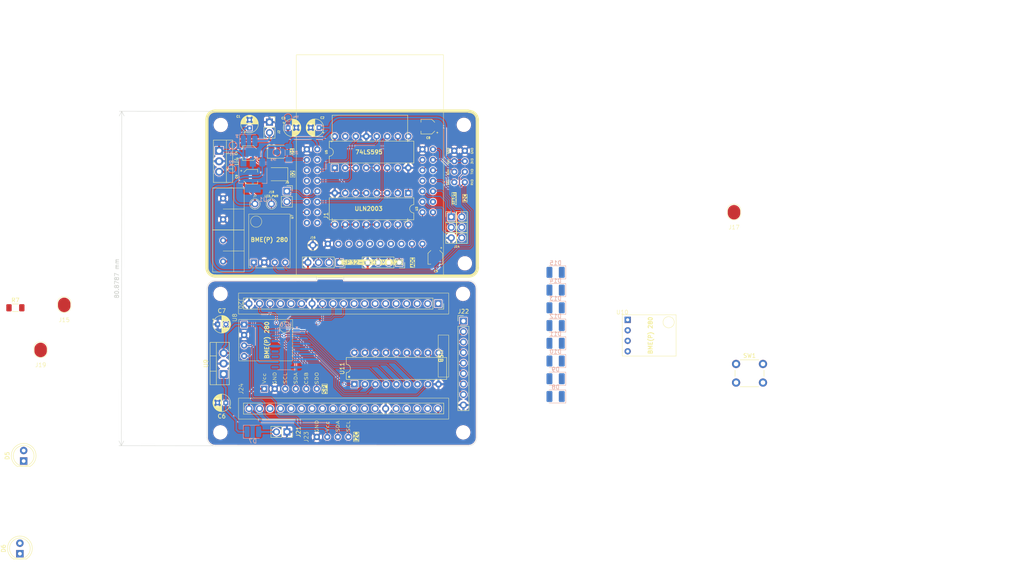
<source format=kicad_pcb>
(kicad_pcb (version 20240108) (generator "pcbnew") (generator_version "8.0")
  (layers (0 "F.Cu" signal) (31 "B.Cu" signal) (34 "B.Paste" user) (35 "F.Paste" user) (36 "B.SilkS" user "B.Silkscreen") (37 "F.SilkS" user "F.Silkscreen") (38 "B.Mask" user) (39 "F.Mask" user) (44 "Edge.Cuts" user))
  (net 0 "")
  (net 1 "GND")
  (net 2 "+3V3")
  (net 3 "+5V")
  (net 4 "/RXD")
  (net 5 "/TXD")
  (net 6 "/SDA")
  (net 7 "/GPIO_33")
  (net 8 "/SCL")
  (net 9 "/OUT3")
  (net 10 "/EN")
  (net 11 "/SOURCE2")
  (net 12 "/SOURCE1")
  (net 13 "/SOURCE3")
  (net 14 "/VDC")
  (net 15 "/DAC1")
  (net 16 "/DAC2")
  (net 17 "/GPIO39")
  (net 18 "/GPIO19")
  (net 19 "/GPIO17")
  (net 20 "/GPIO5")
  (net 21 "/GPIO18")
  (net 22 "/SD_DATA0")
  (net 23 "/ADC2_CH3")
  (net 24 "/SD_DATA3")
  (net 25 "/SD_CMD")
  (net 26 "/SD_CLK")
  (net 27 "/SD_DATA2")
  (net 28 "/SD_DATA1")
  (net 29 "/ADC2_CH0")
  (net 30 "/GPIO23")
  (net 31 "/GPIO36")
  (net 32 "/ADC2_CH2")
  (net 33 "/BOOT")
  (net 34 "/GPIO13")
  (net 35 "/SOURCE4")
  (net 36 "/SOURCE5")
  (net 37 "/SIPO_DATA")
  (net 38 "/SIPO_CLK")
  (net 40 "/SIPO_LATCH")
  (net 41 "/GPIO14")
  (net 43 "/I3")
  (net 44 "/I6")
  (net 45 "/I7")
  (net 46 "/I5")
  (net 47 "/OUT1")
  (net 48 "/VIN")
  (net 49 "/I1")
  (net 52 "Net-(D5-Pad1)")
  (net 53 "Net-(J15-Pin_1)")
  (net 54 "Net-(J19-Pin_1)")
  (net 55 "/OUT2")
  (net 67 "/RX")
  (net 72 "/TX")
  (net 83 "/SCL-2")
  (net 84 "/SDA-2")
  (net 85 "/SIPO_CLK-2")
  (net 87 "/SIPO_DATA-2")
  (net 88 "/SIPO_LATCH-2")
  (net 89 "/QB-2")
  (net 90 "/QC-2")
  (net 91 "/QE-2")
  (net 92 "/QA-2")
  (net 93 "/QD-2")
  (net 94 "/QG-2")
  (net 95 "/QH-2")
  (net 96 "/QF-2")
  (net 97 "/O8")
  (net 98 "/O3")
  (net 99 "/O5")
  (net 100 "/O7")
  (net 101 "/O1")
  (net 102 "/O4")
  (net 103 "/O2")
  (net 104 "/O6")
  (net 105 "/SPI-SDO")
  (net 106 "/SPI-CSB")
  (net 107 "/SPI-SCL")
  (net 108 "/SPI-SDA")
  (net 109 "/D23")
  (net 110 "/D18")
  (footprint "Capacitor_THT:CP_Radial_D4.0mm_P2.00mm" (layer "F.Cu") (at 107 44.2 180)
    (property "Reference" "C2")
    (property "Value" "1uF")
  )
  (footprint "LED_SMD:LED_1210_3225Metric_Pad1.42x2.65mm_HandSolder" (layer "F.Cu") (at 97 55.45 180)
    (property "Reference" "D2")
    (property "Value" "STATUS")
  )
  (footprint "Capacitor_SMD:CP_Elec_3x5.3" (layer "F.Cu") (at 90.3 50.35 180)
    (property "Reference" "C4")
    (property "Value" "0.1uF")
  )
  (footprint "Resistor_SMD:R_1206_3216Metric_Pad1.30x1.75mm_HandSolder" (layer "F.Cu") (at 33.612 87.7585)
    (property "Reference" "R7")
    (property "Value" "4K7")
  )
  (footprint "LED_THT:LED_D5.0mm" (layer "F.Cu") (at 34.7 147.25 90)
    (property "Reference" "D6")
    (property "Value" "LED_STATUS")
  )
  (footprint "Button_Switch_THT:SW_PUSH_6mm" (layer "F.Cu") (at 207.8 101.35)
    (property "Reference" "SW1")
    (property "Value" "SW_Push")
  )
  (footprint "Alexander Footprint Library:Pad_1x01_P2.54_SMD" (layer "F.Cu") (at 39.712 102.098)
    (property "Reference" "J19")
    (property "Value" "LED_PWR")
  )
  (footprint "Alexanddr Footprints Library:ESP32-WROOM-Adapter-Socket-2" (layer "F.Cu") (at 119.3 57.04)
    (property "Reference" "J1")
    (property "Value" "~")
  )
  (footprint "Alexander Footprint Library:Pad_1x01_P2.54_SMD" (layer "F.Cu") (at 45.412 91.198)
    (property "Reference" "J15")
    (property "Value" "LED_PWR")
  )
  (footprint "MountingHole:MountingHole_3mm" (layer "F.Cu") (at 142 43.5)
    (property "Reference" "H1" (hide yes))
    (property "Value" "MountingHole_Pad")
  )
  (footprint "Connector_PinSocket_2.54mm:PinSocket_1x02_P2.54mm_Vertical" (layer "F.Cu") (at 99.25 117.775 -90)
    (property "Reference" "J21")
    (property "Value" "PWR")
  )
  (footprint "MountingHole:MountingHole_3mm" (layer "F.Cu") (at 83.25 43.53)
    (property "Reference" "H2" (hide yes))
    (property "Value" "MountingHole_Pad")
  )
  (footprint "Package_DIP:DIP-16_W7.62mm" (layer "F.Cu") (at 128.58 60 -90)
    (property "Reference" "U3")
    (property "Value" "ULN2003")
  )
  (footprint "Alexander Footprints Library:Conn_Terminal_5mm" (layer "F.Cu") (at 83.82 53.69)
    (property "Reference" "J9" (hide yes))
    (property "Value" "Conn_01x02_Socket")
  )
  (footprint "Alexander Footprint Library:Pad_1x01_P2.54_SMD" (layer "F.Cu") (at 207.3 68.7895)
    (property "Reference" "J17")
    (property "Value" "GND")
  )
  (footprint "MountingHole:MountingHole_3mm" (layer "F.Cu") (at 141.85 117.9)
    (property "Reference" "H4" (hide yes))
    (property "Value" "MountingHole_Pad")
  )
  (footprint "Capacitor_THT:CP_Radial_D4.0mm_P2.00mm" (layer "F.Cu") (at 82.5 91.75)
    (property "Reference" "C7")
    (property "Value" "1uF")
  )
  (footprint "Capacitor_SMD:CP_Elec_3x5.3" (layer "F.Cu") (at 90.4 56.05)
    (property "Reference" "C9")
    (property "Value" "0.1uF")
  )
  (footprint "Package_DIP:DIP-16_W7.62mm" (layer "F.Cu") (at 110.8 53.9 90)
    (property "Reference" "U5")
    (property "Value" "74LS595")
  )
  (footprint "Alexander Footprint Library:PinSocket_1x01_P2.54" (layer "F.Cu") (at 91.5 65.19)
    (property "Reference" "J7")
    (property "Value" "LED_PWR")
  )
  (footprint "Connector_PinHeader_2.54mm:PinHeader_1x09_P2.54mm_Vertical" (layer "F.Cu") (at 141.9 90.97)
    (property "Reference" "J22")
    (property "Value" "Conn_01x09_Pin")
  )
  (footprint "Alexander Footprint Library:Conn_SPI" (layer "F.Cu") (at 88.68 107.35 90)
    (property "Reference" "J24")
    (property "Value" "~")
  )
  (footprint "Connector_PinSocket_2.54mm:PinSocket_1x02_P2.54mm_Vertical" (layer "F.Cu") (at 95.025 42.85)
    (property "Reference" "J2")
    (property "Value" "PWR")
  )
  (footprint "Connector_PinSocket_2.54mm:PinSocket_1x04_P2.54mm_Vertical" (layer "F.Cu") (at 111.94 76.8 -90)
    (property "Reference" "J6")
    (property "Value" "SOURCE")
  )
  (footprint "MountingHole:MountingHole_3mm" (layer "F.Cu") (at 83.15 117.9)
    (property "Reference" "H4" (hide yes))
    (property "Value" "MountingHole_Pad")
  )
  (footprint "Connector_PinSocket_2.54mm:PinSocket_1x04_P2.54mm_Vertical" (layer "F.Cu") (at 126.38 76.8 -90)
    (property "Reference" "J10" (hide yes))
    (property "Value" "ADC")
  )
  (footprint "PCM_Package_DIP_AKL:DIP-18_W7.62mm" (layer "F.Cu") (at 115.55 106.25 90)
    (property "Reference" "U11")
    (property "Value" "ULN2801A" (hide yes))
  )
  (footprint "Capacitor_SMD:CP_Elec_3x5.3" (layer "F.Cu") (at 135.1 75.45 -90)
    (property "Reference" "C5")
    (property "Value" "0.1uF")
  )
  (footprint "MountingHole:MountingHole_3mm" (layer "F.Cu") (at 141.8 84.4)
    (property "Reference" "H4" (hide yes))
    (property "Value" "MountingHole_Pad")
  )
  (footprint "Capacitor_THT:CP_Radial_D4.0mm_P2.00mm" (layer "F.Cu") (at 99.5 44.2)
    (property "Reference" "C3")
    (property "Value" "1uF")
  )
  (footprint "Alexander Footprint Library:Conn_ESP32_WROOM-DevKit-38pins" (layer "F.Cu") (at 87.54 86.75 -90)
    (property "Reference" "J20")
    (property "Value" "~")
  )
  (footprint "Capacitor_SMD:CP_Elec_3x5.3" (layer "F.Cu") (at 133.4 43.95 180)
    (property "Reference" "C8")
    (property "Value" "10uF")
  )
  (footprint "Alexander Footprint Library:LD1117" (layer "F.Cu") (at 83.945 103.79 90)
    (property "Reference" "U9")
    (property "Value" "L7805")
  )
  (footprint "Alexander Footprint Library:PinSocket_1x01_P2.54" (layer "F.Cu") (at 95.5 65.19)
    (property "Reference" "J18")
    (property "Value" "LED_PWR")
  )
  (footprint "Alexander Footprint Library:Conn_I2C" (layer "F.Cu") (at 98.84 119 90)
    (property "Reference" "J23")
    (property "Value" "I2C")
  )
  (footprint "Capacitor_THT:CP_Radial_D4.0mm_P2.00mm" (layer "F.Cu") (at 84.4726 110.75 180)
    (property "Reference" "C6")
    (property "Value" "1uF")
  )
  (footprint "Alexander Footprint Library:BME280_BMP280_I2C" (layer "F.Cu") (at 180.3 89.45)
    (property "Reference" "U10")
    (property "Value" "BME(P)280")
  )
  (footprint "MountingHole:MountingHole_3mm" (layer "F.Cu") (at 83.2 84.4)
    (property "Reference" "H4" (hide yes))
    (property "Value" "MountingHole_Pad")
  )
  (footprint "Connector_PinSocket_2.54mm:PinSocket_1x02_P2.54mm_Vertical" (layer "F.Cu") (at 99.225 59.55)
    (property "Reference" "J5")
    (property "Value" "DAC")
  )
  (footprint "Alexander Footprint Library:CONN_2x3" (layer "F.Cu") (at 138.96 60.68)
    (property "Reference" "J14")
    (property "Value" "GPIO")
  )
  (footprint "Alexander Footprints Library:Conn_UART" (layer "F.Cu") (at 139.7 42.15)
    (property "Reference" "J3" (hide yes))
    (property "Value" "UART")
  )
  (footprint "Alexander Footprint Library:PinSocket_1x01_P2.54" (layer "F.Cu") (at 105.5 75.19)
    (property "Reference" "J16")
    (property "Value" "GND")
  )
  (footprint "Capacitor_THT:CP_Radial_D4.0mm_P2.00mm" (layer "F.Cu") (at 90.2 44.3 90)
    (property "Reference" "C1")
    (property "Value" "1uF")
  )
  (footprint "Alexander Footprint Library:BME280_BMP280_I2C" (layer "F.Cu") (at 90 78.1 90)
    (property "Reference" "U7")
    (property "Value" "BME(P)280")
  )
  (footprint "Alexander Footprint Library:LD1117" (layer "F.Cu") (at 82.855 49.77 -90)
    (property "Reference" "U4")
    (property "Value" "L7805")
  )
  (footprint "Alexander Footprints Library:Conn_I2C" (layer "F.Cu") (at 142.24 42.15)
    (property "Reference" "J4" (hide yes))
    (property "Value" "I2C")
  )
  (footprint "LED_THT:LED_D5.0mm" (layer "F.Cu") (at 35.612 124.8335 90)
    (property "Reference" "D5")
    (property "Value" "LED_PWR")
  )
  (footprint "Alexander Footprint Library:BME280_BMP280_I2C" (layer "F.Cu") (at 87.6 90.59)
    (property "Reference" "U8")
    (property "Value" "BME(P)280")
  )
  (footprint "LED_SMD:LED_1210_3225Metric_Pad1.42x2.65mm_HandSolder" (layer "F.Cu") (at 97 50)
    (property "Reference" "D1")
    (property "Value" "PWR")
  )
  (footprint "MountingHole:MountingHole_3mm" (layer "F.Cu") (at 142.25 77)
    (property "Reference" "H4" (hide yes))
    (property "Value" "MountingHole_Pad")
  )
  (footprint "Alexander Footprints Library:Conn_Terminal_5mm" (layer "F.Cu") (at 83.82 63.85)
    (property "Reference" "J8" (hide yes))
    (property "Value" "Conn_01x02_Socket")
  )
  (footprint "TestPoint:TestPoint_Pad_D1.5mm" (layer "B.Cu") (at 99.5 41.75 180)
    (property "Reference" "TP4")
    (property "Value" "5V")
  )
  (footprint "LED_SMD:LED_1210_3225Metric_Pad1.42x2.65mm_HandSolder" (layer "B.Cu") (at 164.18 104.9275 180)
    (property "Reference" "D9")
    (property "Value" "PWR")
  )
  (footprint "LED_SMD:LED_1210_3225Metric_Pad1.42x2.65mm_HandSolder" (layer "B.Cu") (at 164.18 79.1875 180)
    (property "Reference" "D15")
    (property "Value" "PWR")
  )
  (footprint "TestPoint:TestPoint_Pad_D1.5mm" (layer "B.Cu") (at 96.8 50.15 180)
    (property "Reference" "TP3")
    (property "Value" "3V3")
  )
  (footprint "Package_SO:SO-16_3.9x9.9mm_P1.27mm" (layer "B.Cu") (at 98.95 97.7 180)
    (property "Reference" "U26")
    (property "Value" "74LS595")
  )
  (footprint "Diode_SMD:D_1210_3225Metric" (layer "B.Cu") (at 91 117.75)
    (property "Reference" "D7")
    (property "Value" "D")
  )
  (footprint "Resistor_SMD:R_1206_3216Metric_Pad1.30x1.75mm_HandSolder" (layer "B.Cu") (at 99.7 50.25 -90)
    (property "Reference" "R1")
    (property "Value" "10K")
  )
  (footprint "LED_SMD:LED_1210_3225Metric_Pad1.42x2.65mm_HandSolder" (layer "B.Cu") (at 164.18 87.7675 180)
    (property "Reference" "D13")
    (property "Value" "PWR")
  )
  (footprint "Diode_SMD:D_1210_3225Metric" (layer "B.Cu") (at 90.1 47.4)
    (property "Reference" "D4")
    (property "Value" "D")
  )
  (footprint "LED_SMD:LED_1210_3225Metric_Pad1.42x2.65mm_HandSolder" (layer "B.Cu") (at 164.18 109.2175 180)
    (property "Reference" "D8")
    (property "Value" "PWR")
  )
  (footprint "TestPoint:TestPoint_Pad_D1.5mm" (layer "B.Cu") (at 86.2 48.45 180)
    (property "Reference" "TP1")
    (property "Value" "VIN")
  )
  (footprint "TestPoint:TestPoint_Pad_D1.5mm" (layer "B.Cu") (at 85.9 54.15 180)
    (property "Reference" "TP2")
    (property "Value" "GND")
  )
  (footprint "LED_SMD:LED_1210_3225Metric_Pad1.42x2.65mm_HandSolder" (layer "B.Cu") (at 164.18 96.3475 180)
    (property "Reference" "D11")
    (property "Value" "PWR")
  )
  (footprint "LED_SMD:LED_1210_3225Metric_Pad1.42x2.65mm_HandSolder" (layer "B.Cu") (at 164.18 83.4775 180)
    (property "Reference" "D14")
    (property "Value" "PWR")
  )
  (footprint "LED_SMD:LED_1210_3225Metric_Pad1.42x2.65mm_HandSolder" (layer "B.Cu") (at 164.18 92.0575 180)
    (property "Reference" "D12")
    (property "Value" "PWR")
  )
  (footprint "Package_TO_SOT_SMD:SOT-223-3_TabPin2" (layer "B.Cu") (at 91 55.75 -90)
    (property "Reference" "U1")
    (property "Value" "MAX1726EUK33")
  )
  (footprint "LED_SMD:LED_1210_3225Metric_Pad1.42x2.65mm_HandSolder" (layer "B.Cu") (at 164.18 100.6375 180)
    (property "Reference" "D10")
    (property "Value" "PWR")
  )
  (gr_line (start 145.25 42.11421) (end 145.25 78.085782) (stroke (width 0.75)) (layer "F.SilkS"))
  (gr_line (start 81.914218 40.164218) (end 143.08579 40.164218) (stroke (width 0.75)) (layer "F.SilkS"))
  (gr_arc (start 145.25 78.085782) (mid 144.66422 79.500007) (end 143.25 80.085782) (stroke (width 0.75)) (layer "F.SilkS"))
  (gr_line (start 79.914218 42.11421) (end 79.914218 78.085782) (stroke (width 0.75)) (layer "F.SilkS"))
  (gr_arc (start 81.914218 80.085782) (mid 80.499999 79.500001) (end 79.914218 78.085782) (stroke (width 0.75)) (layer "F.SilkS"))
  (gr_arc (start 143.25 40.25) (mid 144.664214 40.835786) (end 145.25 42.25) (stroke (width 0.75)) (layer "F.SilkS"))
  (gr_arc (start 79.914218 42.164218) (mid 80.499999 40.749999) (end 81.914218 40.164218) (stroke (width 0.75)) (layer "F.SilkS"))
  (gr_line (start 81.914214 80.085782) (end 143.085786 80.085782) (stroke (width 0.75)) (layer "F.SilkS"))
  (gr_line (start 82.014214 80.235786) (end 106.4 80.25) (stroke (width 0.1)) (layer "Edge.Cuts"))
  (gr_line (start 80 42.25) (end 80.014214 78.235786) (stroke (width 0.1)) (layer "Edge.Cuts"))
  (gr_arc (start 79.921321 83.157107) (mid 80.507106 81.742896) (end 81.921321 81.157107) (stroke (width 0.1)) (layer "Edge.Cuts"))
  (gr_line (start 81.921321 121.128679) (end 143.107107 121.142893) (stroke (width 0.1)) (layer "Edge.Cuts"))
  (gr_arc (start 81.921321 121.128679) (mid 80.507101 120.542899) (end 79.921321 119.128679) (stroke (width 0.1)) (layer "Edge.Cuts"))
  (gr_line (start 143.092893 81.157107) (end 113 81.15) (stroke (width 0.1)) (layer "Edge.Cuts"))
  (gr_arc (start 145.107107 119.142893) (mid 144.521321 120.557107) (end 143.107107 121.142893) (stroke (width 0.1)) (layer "Edge.Cuts"))
  (gr_line (start 106.4 81.15) (end 81.921321 81.157107) (stroke (width 0.1)) (layer "Edge.Cuts"))
  (gr_arc (start 143.185786 40.264214) (mid 144.600004 40.849996) (end 145.185786 42.264214) (stroke (width 0.1)) (layer "Edge.Cuts"))
  (gr_line (start 113 80.25) (end 143.185786 80.235786) (stroke (width 0.1)) (layer "Edge.Cuts"))
  (gr_arc (start 82.014214 80.235786) (mid 80.599996 79.650004) (end 80.014214 78.235786) (stroke (width 0.1)) (layer "Edge.Cuts"))
  (gr_line (start 145.185786 42.264214) (end 145.185786 78.235786) (stroke (width 0.1)) (layer "Edge.Cuts"))
  (gr_arc (start 80 42.25) (mid 80.585786 40.835786) (end 82 40.25) (stroke (width 0.1)) (layer "Edge.Cuts"))
  (gr_line (start 145.107107 119.142893) (end 145.092893 83.157107) (stroke (width 0.1)) (layer "Edge.Cuts"))
  (gr_line (start 79.921321 119.128679) (end 79.921321 83.157107) (stroke (width 0.1)) (layer "Edge.Cuts"))
  (gr_line (start 106.4 81.15) (end 106.4 80.25) (stroke (width 0.1)) (layer "Edge.Cuts"))
  (gr_arc (start 145.185786 78.235786) (mid 144.600004 79.650004) (end 143.185786 80.235786) (stroke (width 0.1)) (layer "Edge.Cuts"))
  (gr_arc (start 143.092893 81.157107) (mid 144.507112 81.742888) (end 145.092893 83.157107) (stroke (width 0.1)) (layer "Edge.Cuts"))
  (gr_line (start 113 81.15) (end 113 80.25) (stroke (width 0.1)) (layer "Edge.Cuts"))
  (gr_line (start 143.185786 40.264214) (end 82 40.25) (stroke (width 0.1)) (layer "Edge.Cuts"))
  (gr_text "ADC" (at 130.1 78.05 90) (layer "F.SilkS" knockout) (effects (font (size 0.8 0.8) (thickness 0.2) (bold yes)) (justify left bottom)))
  (gr_text "74LS595" (at 119.057143 50.1 0) (layer "F.SilkS") (effects (font (size 1 1) (thickness 0.2) (bold yes))))
  (gr_text "ULN2003" (at 115.5 64.374 0) (layer "F.SilkS") (effects (font (size 1 1) (thickness 0.2) (bold yes)) (justify left bottom)))
  (dimension (type aligned) (layer "Edge.Cuts") (pts (xy 81.921321 121.128679) (xy 82 40.25)) (height -22.6907) (gr_text "80.8787 mm" (at 58.119973 80.666146 89.94426182) (layer "Edge.Cuts") (effects (font (size 1 1) (thickness 0.15)))) (format (prefix "") (suffix "") (units 3) (units_format 1) (precision 4)) (style (thickness 0.1) (arrow_length 1.27) (text_position_mode 0) (extension_height 0.58642) (extension_offset 0.5) keep_text_aligned))
  (segment (start 84.21 66) (end 83.82 66.39) (width 0.5) (layer "F.Cu") (net 1))
  (segment (start 90.08 108.57) (end 90.08 112.15) (width 0.5) (layer "F.Cu") (net 2))
  (segment (start 91.5 60.75) (end 88.9 58.15) (width 0.5) (layer "F.Cu") (net 2))
  (segment (start 139.7 52.31) (end 138.56 52.31) (width 0.25) (layer "F.Cu") (net 2))
  (segment (start 91.3 107.35) (end 90.08 108.57) (width 0.5) (layer "F.Cu") (net 2))
  (segment (start 137.2 43.95) (end 134.9 43.95) (width 0.25) (layer "F.Cu") (net 2))
  (segment (start 138.56 52.31) (end 137.6 51.35) (width 0.25) (layer "F.Cu") (net 2))
  (segment (start 91.5 62.62) (end 91.5 60.75) (width 0.5) (layer "F.Cu") (net 2))
  (segment (start 93.76 107.35) (end 91.3 107.35) (width 0.5) (layer "F.Cu") (net 2))
  (segment (start 137.6 51.35) (end 137.6 44.35) (width 0.25) (layer "F.Cu") (net 2))
  (segment (start 137.6 44.35) (end 137.2 43.95) (width 0.25) (layer "F.Cu") (net 2))
  (segment (start 88.9 58.15) (end 88.9 56.05) (width 0.5) (layer "F.Cu") (net 2))
  (segment (start 96.075 48.7) (end 97.525 48.7) (width 0.5) (layer "B.Cu") (net 2))
  (segment (start 109.408578 44.2) (end 107 44.2) (width 0.5) (layer "B.Cu") (net 2))
  (segment (start 93.21 115.25) (end 101 115.25) (width 0.5) (layer "B.Cu") (net 2))
  (segment (start 81.3 75.997918) (end 81.3 59.75104) (width 0.5) (layer "B.Cu") (net 2))
  (segment (start 93.3 54.905025) (end 93.3 52.6) (width 0.5) (layer "B.Cu") (net 2))
  (segment (start 100 48.7) (end 100 48.03033) (width 0.5) (layer "B.Cu") (net 2))
  (segment (start 139.13 52.31) (end 139.7 52.31) (width 0.5) (layer "B.Cu") (net 2))
  (segment (start 138.156949 51.906949) (end 138.03 51.78) (width 0.5) (layer "B.Cu") (net 2))
  (segment (start 109 117.5) (end 109 119) (width 0.5) (layer "B.Cu") (net 2))
  (segment (start 106.6 48.627817) (end 106.6 49.299791) (width 0.5) (layer "B.Cu") (net 2))
  (segment (start 84.202081 78.9) (end 89.990883 78.9) (width 0.5) (layer "B.Cu") (net 2))
  (segment (start 109.75 45) (end 109.75 44.141421) (width 0.5) (layer "B.Cu") (net 2))
  (segment (start 109.75 43.858578) (end 109.75 44.141421) (width 0.5) (layer "B.Cu") (net 2))
  (segment (start 104.722182 46.75) (end 106.277817 46.75) (width 0.5) (layer "B.Cu") (net 2))
  (segment (start 139.7 52.31) (end 142.24 52.31) (width 0.5) (layer "B.Cu") (net 2))
  (segment (start 137.5 50.500466) (end 137.5 43.883883) (width 0.5) (layer "B.Cu") (net 2))
  (segment (start 88.207106 62.75) (end 91.5 62.75) (width 0.5) (layer "B.Cu") (net 2))
  (segment (start 86.5 61.042893) (end 86.5 57.5) (width 0.5) (layer "B.Cu") (net 2))
  (segment (start 106.277817 46.75) (end 108 46.75) (width 0.5) (layer "B.Cu") (net 2))
  (segment (start 101 115.25) (end 102.5 116.75) (width 0.5) (layer "B.Cu") (net 2))
  (segment (start 91.22 77.670883) (end 91.22 76.8) (width 0.5) (layer "B.Cu") (net 2))
  (segment (start 89.455634 56.1) (end 92.105025 56.1) (width 0.5) (layer "B.Cu") (net 2))
  (segment (start 96.075 48.7) (end 95.177817 48.7) (width 0.5) (layer "B.Cu") (net 2))
  (segment (start 90.11 112.15) (end 93.21 115.25) (width 0.5) (layer "B.Cu") (net 2))
  (segment (start 108.25 116.75) (end 109 117.5) (width 0.5) (layer "B.Cu") (net 2))
  (segment (start 104.722182 46.75) (end 101.28033 46.75) (width 0.5) (layer "B.Cu") (net 2))
  (segment (start 108 46.75) (end 109.75 45) (width 0.5) (layer "B.Cu") (net 2))
  (segment (start 96.8 49.425) (end 96.8 50.15) (width 0.25) (layer "B.Cu") (net 2))
  (segment (start 109.75 43.625) (end 109.75 43.858578) (width 0.5) (layer "B.Cu") (net 2))
  (segment (start 110.015165 42.984834) (end 110.5 42.5) (width 0.5) (layer "B.Cu") (net 2))
  (segment (start 93.3 52.6) (end 93.3 50.577817) (width 0.5) (layer "B.Cu") (net 2))
  (segment (start 82.75104 58.3) (end 84.144365 58.3) (width 0.5) (layer "B.Cu") (net 2))
  (segment (start 106.685 49.335) (end 106.77 49.25) (width 0.5) (layer "B.Cu") (net 2))
  (segment (start 102.5 116.75) (end 108.25 116.75) (width 0.5) (layer "B.Cu") (net 2))
  (segment (start 112.31066 41.75) (end 135.366116 41.75) (width 0.5) (layer "B.Cu") (net 2))
  (segment (start 100 48.7) (end 97.525 48.7) (width 0.5) (layer "B.Cu") (net 2))
  (arc (start 136.875 42.375) (mid 137.337567 43.067281) (end 137.5 43.883883) (width 0.5) (layer "B.Cu") (net 2))
  (arc (start 137.5 50.500466) (mid 137.637742 51.192944) (end 138.03 51.78) (width 0.5) (layer "B.Cu") (net 2))
  (arc (start 93.3 54.905025) (mid 93.209037 55.362322) (end 92.95 55.75) (width 0.5) (layer "B.Cu") (net 2))
  (arc (start 86.8 57.2) (mid 85.581584 58.014119) (end 84.144365 58.3) (width 0.5) (layer "B.Cu") (net 2))
  (arc (start 106.6 49.299791) (mid 106.630737 49.345793) (end 106.685 49.335) (width 0.5) (layer "B.Cu") (net 2))
  (arc (start 89.455634 56.1) (mid 88.018415 56.38588) (end 86.8 57.2) (width 0.5) (layer "B.Cu") (net 2))
  (arc (start 86.5 61.042893) (mid 86.629945 61.696174) (end 87 62.25) (width 0.5) (layer "B.Cu") (net 2))
  (arc (start 82.75104 58.3) (mid 82.195751 58.410453) (end 81.725 58.725) (width 0.5) (layer "B.Cu") (net 2))
  (arc (start 92.95 55.75) (mid 92.562322 56.009037) (end 92.105025 56.1) (width 0.5) (layer "B.Cu") (net 2))
  (arc (start 95.177817 48.7) (mid 94.459207 48.84294) (end 93.85 49.25) (width 0.5) (layer "B.Cu") (net 2))
  (arc (start 96.8 49.425) (mid 96.587652 48.912347) (end 96.075 48.7) (width 0.25) (layer "B.Cu") (net 2))
  (arc (start 82.15 78.05) (mid 83.091502 78.679092) (end 84.202081 78.9) (width 0.5) (layer "B.Cu") (net 2))
  (arc (start 110.015165 42.984834) (mid 109.818914 43.278544) (end 109.75 43.625) (width 0.5) (layer "B.Cu") (net 2))
  (arc (start 109.75 44.141421) (mid 109.713838 44.087301) (end 109.65 44.1) (width 0.5) (layer "B.Cu") (net 2))
  (arc (start 136.875 42.375) (mid 136.182718 41.912432) (end 135.366116 41.75) (width 0.5) (layer "B.Cu") (net 2))
  (arc (start 93.85 49.25) (mid 93.44294 49.859207) (end 93.3 50.577817) (width 0.5) (layer "B.Cu") (net 2))
  (arc (start 90.86 78.54) (mid 90.461245 78.806439) (end 89.990883 78.9) (width 0.5) (layer "B.Cu") (net 2))
  (arc (start 109.65 44.1) (mid 109.539234 44.17401) (end 109.408578 44.2) (width 0.5) (layer "B.Cu") (net 2))
  (arc (start 87 62.25) (mid 87.553825 62.620054) (end 88.207106 62.75) (width 0.5) (layer "B.Cu") (net 2))
  (arc (start 81.725 58.725) (mid 81.410453 59.195751) (end 81.3 59.75104) (width 0.5) (layer "B.Cu") (net 2))
  (arc (start 106.05 47.3) (mid 105.440792 46.89294) (end 104.722182 46.75) (width 0.5) (layer "B.Cu") (net 2))
  (arc (start 138.156949 51.906949) (mid 138.603388 52.20525) (end 139.13 52.31) (width 0.5) (layer "B.Cu") (net 2))
  (arc (start 101.28033 46.75) (mid 100.790368 46.847459) (end 100.375 47.125) (width 0.5) (layer "B.Cu") (net 2))
  (arc (start 106.05 47.3) (mid 106.457059 47.909207) (end 106.6 48.627817) (width 0.5) (layer "B.Cu") (net 2))
  (arc (start 106.277817 46.75) (mid 105.980159 46.948888) (end 106.05 47.3) (width 0.5) (layer "B.Cu") (net 2))
  (arc (start 91.22 77.670883) (mid 91.126439 78.141245) (end 90.86 78.54) (width 0.5) (layer "B.Cu") (net 2))
  (arc (start 109.65 44.1) (mid 109.72401 43.989234) (end 109.75 43.858578) (width 0.5) (layer "B.Cu") (net 2))
  (arc (start 112.31066 41.75) (mid 111.330737 41.944918) (end 110.5 42.5) (width 0.5) (layer "B.Cu") (net 2))
  (arc (start 100.375 47.125) (mid 100.097459 47.540368) (end 100 48.03033) (width 0.5) (layer "B.Cu") (net 2))
  (arc (start 81.3 75.997918) (mid 81.520907 77.108496) (end 82.15 78.05) (width 0.5) (layer "B.Cu") (net 2))
  (segment (start 99.5 45.693413) (end 99.5 44.2) (width 0.5) (layer "F.Cu") (net 3))
  (segment (start 87.75 115.25) (end 135.25 115.25) (width 0.5) (layer "F.Cu") (net 3))
  (segment (start 98.6375 46.9625) (end 99.2125 46.3875) (width 0.5) (layer "F.Cu") (net 3))
  (segment (start 83.945 98.71) (end 86.21 98.71) (width 0.5) (layer "F.Cu") (net 3))
  (segment (start 86.75 99.25) (end 86.75 100) (width 0.5) (layer "F.Cu") (net 3))
  (segment (start 126.04 46.28) (end 126.04 48.251906) (width 0.5) (layer "F.Cu") (net 3))
  (segment (start 108.3 49.803553) (end 108.3 65.537329) (width 0.5) (layer "F.Cu") (net 3))
  (segment (start 108.3 49.803553) (end 108.3 49.096446) (width 0.5) (layer "F.Cu") (net 3))
  (segment (start 135.81 114.69) (end 135.81 112.15) (width 0.5) (layer "F.Cu") (net 3))
  (segment (start 110.8 46.28) (end 110.8 48.15) (width 0.5) (layer "F.Cu") (net 3))
  (segment (start 86.75 114.25) (end 87.75 115.25) (width 0.5) (layer "F.Cu") (net 3))
  (segment (start 86.75 100) (end 86.75 114.25) (width 0.5) (layer "F.Cu") (net 3))
  (segment (start 110.8 48.15) (end 110 48.95) (width 0.5) (layer "F.Cu") (net 3))
  (segment (start 88.1 47.25) (end 97.943413 47.25) (width 0.5) (layer "F.Cu") (net 3))
  (segment (start 84.9 54.85) (end 85.4 54.35) (width 0.5) (layer "F.Cu") (net 3))
  (segment (start 126.04 48.251906) (end 125.341906 48.95) (width 0.5) (layer "F.Cu") (net 3))
  (segment (start 85.4 54.35) (end 85.4 49.95) (width 0.5) (layer "F.Cu") (net 3))
  (segment (start 107.608621 46.675) (end 99.331586 46.675) (width 0.5) (layer "F.Cu") (net 3))
  (segment (start 110 48.95) (end 109.153553 48.95) (width 0.5) (layer "F.Cu") (net 3))
  (segment (start 86.21 98.71) (end 86.75 99.25) (width 0.5) (layer "F.Cu") (net 3))
  (segment (start 108.3 49.096446) (end 108.3 47.366378) (width 0.5) (layer "F.Cu") (net 3))
  (segment (start 109.104574 67.204574) (end 108.91 67.01) (width 0.5) (layer "F.Cu") (net 3))
  (segment (start 110.8 46.355) (end 110.725 46.28) (width 0.5) (layer "F.Cu") (net 3))
  (segment (start 135.25 115.25) (end 135.81 114.69) (width 0.5) (layer "F.Cu") (net 3))
  (segment (start 110.1075 67.62) (end 110.695 67.62) (width 0.5) (layer "F.Cu") (net 3))
  (segment (start 82.855 54.85) (end 84.9 54.85) (width 0.5) (layer "F.Cu") (net 3))
  (segment (start 85.4 49.95) (end 88.1 47.25) (width 0.5) (layer "F.Cu") (net 3))
  (segment (start 125.341906 48.95) (end 110 48.95) (width 0.5) (layer "F.Cu") (net 3))
  (arc (start 108.0975 46.8775) (mid 108.247371 47.101799) (end 108.3 47.366378) (width 0.5) (layer "F.Cu") (net 3))
  (arc (start 108.3 65.537329) (mid 108.458533 66.334332) (end 108.91 67.01) (width 0.5) (layer "F.Cu") (net 3))
  (arc (start 97.943413 47.25) (mid 98.31905 47.175281) (end 98.6375 46.9625) (width 0.5) (layer "F.Cu") (net 3))
  (arc (start 99.2125 46.3875) (mid 99.175992 46.571035) (end 99.331586 46.675) (width 0.5) (layer "F.Cu") (net 3))
  (arc (start 108.0975 46.8775) (mid 107.8732 46.727628) (end 107.608621 46.675) (width 0.5) (layer "F.Cu") (net 3))
  (arc (start 109.104574 67.204574) (mid 109.56472 67.512034) (end 110.1075 67.62) (width 0.5) (layer "F.Cu") (net 3))
  (arc (start 108.55 49.2) (mid 108.364972 49.476912) (end 108.3 49.803553) (width 0.5) (layer "F.Cu") (net 3))
  (arc (start 108.3 49.096446) (mid 108.390403 49.231745) (end 108.55 49.2) (width 0.5) (layer "F.Cu") (net 3))
  (arc (start 99.331586 46.675) (mid 98.955949 46.749718) (end 98.6375 46.9625) (width 0.5) (layer "F.Cu") (net 3))
  (arc (start 109.153553 48.95) (mid 108.826912 49.014972) (end 108.55 49.2) (width 0.5) (layer "F.Cu") (net 3))
  (arc (start 99.5 45.693413) (mid 99.425281 46.06905) (end 99.2125 46.3875) (width 0.5) (layer "F.Cu") (net 3))
  (segment (start 83.945 97.305) (end 84.5 96.75) (width 0.5) (layer "B.Cu") (net 3))
  (segment (start 84.5 94.05) (end 84.5 91.75) (width 0.5) (layer "B.Cu") (net 3))
  (segment (start 88.9 91.81) (end 86.74 91.81) (width 0.5) (layer "B.Cu") (net 3))
  (segment (start 83.945 98.71) (end 83.945 97.305) (width 0.5) (layer "B.Cu") (net 3))
  (segment (start 96.375 100.875) (end 92.575 100.875) (width 0.5) (layer "B.Cu") (net 3))
  (segment (start 92.96 91.81) (end 91.25 91.81) (width 0.5) (layer "B.Cu") (net 3))
  (segment (start 86.74 91.81) (end 84.5 94.05) (width 0.5) (layer "B.Cu") (net 3))
  (segment (start 92 92.56) (end 91.25 91.81) (width 0.5) (layer "B.Cu") (net 3))
  (segment (start 94.405 93.255) (end 92.96 91.81) (width 0.5) (layer "B.Cu") (net 3))
  (segment (start 91.25 91.81) (end 88.9 91.81) (width 0.5) (layer "B.Cu") (net 3))
  (segment (start 92 100.3) (end 92 92.56) (width 0.5) (layer "B.Cu") (net 3))
  (segment (start 84.5 96.75) (end 84.5 94.05) (width 0.5) (layer "B.Cu") (net 3))
  (segment (start 92.575 100.875) (end 92 100.3) (width 0.5) (layer "B.Cu") (net 3))
  (segment (start 99.5 42.25) (end 99.5 44.2) (width 0.25) (layer "B.Cu") (net 3))
  (segment (start 96.375 93.255) (end 94.405 93.255) (width 0.5) (layer "B.Cu") (net 3))
  (segment (start 139.7 57.35) (end 139.7 57.39) (width 0.25) (layer "F.Cu") (net 4))
  (segment (start 133.25 53.25) (end 135.6 53.25) (width 0.25) (layer "F.Cu") (net 4))
  (segment (start 135.6 53.25) (end 139.7 57.35) (width 0.25) (layer "F.Cu") (net 4))
  (segment (start 132 54.5) (end 133.25 53.25) (width 0.25) (layer "F.Cu") (net 4))
  (segment (start 140.3 57.45) (end 139.3 57.45) (width 0.25) (layer "F.Cu") (net 4))
  (segment (start 136.61 51.96) (end 134.54 51.96) (width 0.25) (layer "F.Cu") (net 5))
  (segment (start 134.74 51.79) (end 134.62 51.91) (width 0.25) (layer "F.Cu") (net 5))
  (segment (start 139.5 54.85) (end 136.61 51.96) (width 0.25) (layer "F.Cu") (net 5))
  (segment (start 139.7 54.85) (end 139.5 54.85) (width 0.25) (layer "F.Cu") (net 5))
  (segment (start 138.59 58.55) (end 140.4 58.55) (width 0.25) (layer "F.Cu") (net 6))
  (segment (start 136.213604 54.5) (end 138 56.286396) (width 0.25) (layer "F.Cu") (net 6))
  (segment (start 138 57.96) (end 138.59 58.55) (width 0.25) (layer "F.Cu") (net 6))
  (segment (start 140.9 56.19) (end 142.24 54.85) (width 0.25) (layer "F.Cu") (net 6))
  (segment (start 140.9 58.05) (end 140.9 56.19) (width 0.25) (layer "F.Cu") (net 6))
  (segment (start 134.54 54.5) (end 136.213604 54.5) (width 0.25) (layer "F.Cu") (net 6))
  (segment (start 138 56.286396) (end 138 57.96) (width 0.25) (layer "F.Cu") (net 6))
  (segment (start 142.24 54.85) (end 142.24 55.51) (width 0.25) (layer "F.Cu") (net 6))
  (segment (start 140.4 58.55) (end 140.9 58.05) (width 0.25) (layer "F.Cu") (net 6))
  (segment (start 141.79 58.74) (end 141 57.95) (width 0.25) (layer "B.Cu") (net 6))
  (segment (start 140.418198 72.781802) (end 143.281802 72.781802) (width 0.25) (layer "B.Cu") (net 6))
  (segment (start 98.84 76.8) (end 98.84 78.09) (width 0.25) (layer "B.Cu") (net 6))
  (segment (start 143.55 64.45) (end 141.79 62.69) (width 0.25) (layer "B.Cu") (net 6))
  (segment (start 134.55 78.65) (end 140.418198 72.781802) (width 0.25) (layer "B.Cu") (net 6))
  (segment (start 141.79 62.69) (end 141.79 58.74) (width 0.25) (layer "B.Cu") (net 6))
  (segment (start 141 56.09) (end 142.24 54.85) (width 0.25) (layer "B.Cu") (net 6))
  (segment (start 98.84 78.09) (end 99.4 78.65) (width 0.25) (layer "B.Cu") (net 6))
  (segment (start 99.4 78.65) (end 134.55 78.65) (width 0.25) (layer "B.Cu") (net 6))
  (segment (start 143.281802 72.781802) (end 143.55 72.513604) (width 0.25) (layer "B.Cu") (net 6))
  (segment (start 143.55 72.513604) (end 143.55 64.45) (width 0.25) (layer "B.Cu") (net 6))
  (segment (start 141 57.95) (end 141 56.09) (width 0.25) (layer "B.Cu") (net 6))
  (segment (start 103.97 59.53) (end 104.14 59.53) (width 0.25) (layer "F.Cu") (net 7))
  (segment (start 137.55 58.146396) (end 138.403604 59) (width 0.25) (layer "F.Cu") (net 8))
  (segment (start 131.5 55.75) (end 136.75 55.75) (width 0.25) (layer "F.Cu") (net 8))
  (segment (start 140.63 59) (end 142.24 57.39) (width 0.25) (layer "F.Cu") (net 8))
  (segment (start 136.75 55.75) (end 137.55 56.55) (width 0.25) (layer "F.Cu") (net 8))
  (segment (start 137.55 56.55) (end 137.55 58.146396) (width 0.25) (layer "F.Cu") (net 8))
  (segment (start 130.745 54.995) (end 131.5 55.75) (width 0.25) (layer "F.Cu") (net 8))
  (segment (start 130.745 53.245) (end 130.745 54.995) (width 0.25) (layer "F.Cu") (net 8))
  (segment (start 132.08 51.91) (end 130.745 53.245) (width 0.25) (layer "F.Cu") (net 8))
  (segment (start 138.403604 59) (end 140.63 59) (width 0.25) (layer "F.Cu") (net 8))
  (segment (start 143.4 73.3) (end 144 72.7) (width 0.25) (layer "B.Cu") (net 8))
  (segment (start 96.95 79.1) (end 134.8 79.1) (width 0.25) (layer "B.Cu") (net 8))
  (segment (start 96.3 76.8) (end 96.3 78.45) (width 0.25) (layer "B.Cu") (net 8))
  (segment (start 144 72.7) (end 144 64.263604) (width 0.25) (layer "B.Cu") (net 8))
  (segment (start 142.24 62.503604) (end 142.24 57.39) (width 0.25) (layer "B.Cu") (net 8))
  (segment (start 96.3 78.45) (end 96.95 79.1) (width 0.25) (layer "B.Cu") (net 8))
  (segment (start 134.8 79.1) (end 140.6 73.3) (width 0.25) (layer "B.Cu") (net 8))
  (segment (start 144 64.263604) (end 142.24 62.503604) (width 0.25) (layer "B.Cu") (net 8))
  (segment (start 140.6 73.3) (end 143.4 73.3) (width 0.25) (layer "B.Cu") (net 8))
  (segment (start 103.27 52.75) (end 104.06 51.96) (width 0.25) (layer "F.Cu") (net 10))
  (segment (start 91.8 52.25) (end 92.3 52.75) (width 0.25) (layer "F.Cu") (net 10))
  (segment (start 92.3 52.75) (end 103.27 52.75) (width 0.25) (layer "F.Cu") (net 10))
  (segment (start 103.72 52.3) (end 104.06 51.96) (width 0.25) (layer "F.Cu") (net 10))
  (segment (start 91.8 50.35) (end 91.8 52.25) (width 0.25) (layer "F.Cu") (net 10))
  (segment (start 100 51.8) (end 103.9 51.8) (width 0.25) (layer "B.Cu") (net 10))
  (segment (start 103.9 51.8) (end 104.06 51.96) (width 0.25) (layer "B.Cu") (net 10))
  (segment (start 113.235 67.62) (end 115.775 67.62) (width 0.5) (layer "F.Cu") (net 11))
  (segment (start 99 73.1) (end 102.7 69.4) (width 0.5) (layer "F.Cu") (net 11))
  (segment (start 86.37 71.47) (end 88 73.1) (width 0.5) (layer "F.Cu") (net 11))
  (segment (start 102.7 69.4) (end 111.455 69.4) (width 0.5) (layer "F.Cu") (net 11))
  (segment (start 88 73.1) (end 99 73.1) (width 0.5) (layer "F.Cu") (net 11))
  (segment (start 83.82 71.47) (end 86.37 71.47) (width 0.5) (layer "F.Cu") (net 11))
  (segment (start 111.455 69.4) (end 113.235 67.62) (width 0.5) (layer "F.Cu") (net 11))
  (segment (start 86.275 76.55) (end 88.075 74.75) (width 0.5) (layer "F.Cu") (net 12))
  (segment (start 104.4 70.1) (end 115.835 70.1) (width 0.5) (layer "F.Cu") (net 12))
  (segment (start 99.75 74.75) (end 104.4 70.1) (width 0.5) (layer "F.Cu") (net 12))
  (segment (start 118.315 67.62) (end 120.855 67.62) (width 0.5) (layer "F.Cu") (net 12))
  (segment (start 83.82 76.55) (end 86.275 76.55) (width 0.5) (layer "F.Cu") (net 12))
  (segment (start 115.835 70.1) (end 118.315 67.62) (width 0.5) (layer "F.Cu") (net 12))
  (segment (start 88.075 74.75) (end 99.75 74.75) (width 0.5) (layer "F.Cu") (net 12))
  (segment (start 128.475 67.62) (end 128.475 68.825) (width 0.25) (layer "F.Cu") (net 13))
  (segment (start 125.7 72.8) (end 124.55 73.95) (width 0.25) (layer "F.Cu") (net 13))
  (segment (start 111.94 75.26) (end 111.94 76.8) (width 0.25) (layer "F.Cu") (net 13))
  (segment (start 124.55 73.95) (end 118.622792 73.95) (width 0.25) (layer "F.Cu") (net 13))
  (segment (start 128.475 68.825) (end 125.7 71.6) (width 0.25) (layer "F.Cu") (net 13))
  (segment (start 125.7 71.6) (end 125.7 72.8) (width 0.25) (layer "F.Cu") (net 13))
  (segment (start 117.872792 74.7) (end 112.5 74.7) (width 0.25) (layer "F.Cu") (net 13))
  (segment (start 112.5 74.7) (end 111.94 75.26) (width 0.25) (layer "F.Cu") (net 13))
  (segment (start 118.622792 73.95) (end 117.872792 74.7) (width 0.25) (layer "F.Cu") (net 13))
  (segment (start 96.71 117.775) (end 92.425 117.775) (width 0.5) (layer "B.Cu") (net 14))
  (segment (start 92.425 117.775) (end 92.4 117.75) (width 0.5) (layer "B.Cu") (net 14))
  (segment (start 95.025 46.674479) (end 95.025 45.39) (width 0.5) (layer "B.Cu") (net 14))
  (segment (start 94.299479 47.4) (end 91.5 47.4) (width 0.5) (layer "B.Cu") (net 14))
  (arc (start 95.025 46.674479) (mid 94.969773 46.952124) (end 94.8125 47.1875) (width 0.5) (layer "B.Cu") (net 14))
  (arc (start 94.8125 47.1875) (mid 94.577124 47.344773) (end 94.299479 47.4) (width 0.5) (layer "B.Cu") (net 14))
  (segment (start 105.38 60.8) (end 106.6 59.58) (width 0.25) (layer "B.Cu") (net 15))
  (segment (start 99.225 59.55) (end 101.8 59.55) (width 0.25) (layer "B.Cu") (net 15))
  (segment (start 103.05 60.8) (end 105.38 60.8) (width 0.25) (layer "B.Cu") (net 15))
  (segment (start 101.8 59.55) (end 103.05 60.8) (width 0.25) (layer "B.Cu") (net 15))
  (segment (start 99.225 62.09) (end 100.97 62.09) (width 0.25) (layer "B.Cu") (net 16))
  (segment (start 100.97 62.09) (end 101 62.12) (width 0.25) (layer "B.Cu") (net 16))
  (segment (start 104.03 62.09) (end 104.06 62.12) (width 0.25) (layer "B.Cu") (net 16))
  (segment (start 104.06 62.12) (end 101 62.12) (width 0.25) (layer "B.Cu") (net 16))
  (segment (start 138.5 63.1) (end 138.5 61.727208) (width 0.25) (layer "B.Cu") (net 18))
  (segment (start 137.5 60.727208) (end 137.5 57.8) (width 0.25) (layer "B.Cu") (net 18))
  (segment (start 138.5 61.727208) (end 137.5 60.727208) (width 0.25) (layer "B.Cu") (net 18))
  (segment (start 140.2 67) (end 140.2 64.8) (width 0.25) (layer "B.Cu") (net 18))
  (segment (start 141.5 68.3) (end 140.2 67) (width 0.25) (layer "B.Cu") (net 18))
  (segment (start 136.69 56.99) (end 134.62 56.99) (width 0.25) (layer "B.Cu") (net 18))
  (segment (start 140.2 64.8) (end 138.5 63.1) (width 0.25) (layer "B.Cu") (net 18))
  (segment (start 137.5 57.8) (end 136.69 56.99) (width 0.25) (layer "B.Cu") (net 18))
  (segment (start 141.5 70.84) (end 140.16 69.5) (width 0.25) (layer "B.Cu") (net 19))
  (segment (start 137.7 69.5) (end 137.1 68.9) (width 0.25) (layer "B.Cu") (net 19))
  (segment (start 140.16 69.5) (end 137.7 69.5) (width 0.25) (layer "B.Cu") (net 19))
  (segment (start 137.1 68.9) (end 137.1 63.84) (width 0.25) (layer "B.Cu") (net 19))
  (segment (start 133.41 63.4) (end 132.08 62.07) (width 0.25) (layer "B.Cu") (net 19))
  (segment (start 137.1 63.84) (end 136.66 63.4) (width 0.25) (layer "B.Cu") (net 19))
  (segment (start 136.66 63.4) (end 133.41 63.4) (width 0.25) (layer "B.Cu") (net 19))
  (segment (start 138.05 61.913604) (end 137.05 60.913604) (width 0.25) (layer "B.Cu") (net 20))
  (segment (start 137.05 60.913604) (end 137.05 59.95) (width 0.25) (layer "B.Cu") (net 20))
  (segment (start 136.63 59.53) (end 134.62 59.53) (width 0.25) (layer "B.Cu") (net 20))
  (segment (start 138.96 65.76) (end 138.96 64.196396) (width 0.25) (layer "B.Cu") (net 20))
  (segment (start 138.96 64.196396) (end 138.05 63.286396) (width 0.25) (layer "B.Cu") (net 20))
  (segment (start 138.05 63.286396) (end 138.05 61.913604) (width 0.25) (layer "B.Cu") (net 20))
  (segment (start 137.05 59.95) (end 136.63 59.53) (width 0.25) (layer "B.Cu") (net 20))
  (segment (start 138.96 68.3) (end 137.6 66.94) (width 0.25) (layer "B.Cu") (net 21))
  (segment (start 136.3 60.8) (end 133.35 60.8) (width 0.25) (layer "B.Cu") (net 21))
  (segment (start 137.6 66.94) (end 137.6 62.1) (width 0.25) (layer "B.Cu") (net 21))
  (segment (start 137.6 62.1) (end 136.3 60.8) (width 0.25) (layer "B.Cu") (net 21))
  (segment (start 133.35 60.8) (end 132.08 59.53) (width 0.25) (layer "B.Cu") (net 21))
  (segment (start 128.85 74.05) (end 129.46 73.44) (width 0.25) (layer "F.Cu") (net 23))
  (segment (start 125.722792 74.05) (end 128.85 74.05) (width 0.25) (layer "F.Cu") (net 23))
  (segment (start 129.46 73.44) (end 129.46 72.28) (width 0.25) (layer "F.Cu") (net 23))
  (segment (start 123.84 76.8) (end 123.84 75.56) (width 0.25) (layer "F.Cu") (net 23))
  (segment (start 123.84 75.56) (end 124.55 74.85) (width 0.25) (layer "F.Cu") (net 23))
  (segment (start 124.922792 74.85) (end 125.722792 74.05) (width 0.25) (layer "F.Cu") (net 23))
  (segment (start 124.55 74.85) (end 124.922792 74.85) (width 0.25) (layer "F.Cu") (net 23))
  (segment (start 121.3 75.2) (end 122.1 74.4) (width 0.25) (layer "F.Cu") (net 29))
  (segment (start 124.736396 74.4) (end 125.536396 73.6) (width 0.25) (layer "F.Cu") (net 29))
  (segment (start 125.536396 73.6) (end 127.5 73.6) (width 0.25) (layer "F.Cu") (net 29))
  (segment (start 132 67.2) (end 132 64.66) (width 0.25) (layer "F.Cu") (net 29))
  (segment (start 127.5 73.6) (end 128.2 72.9) (width 0.25) (layer "F.Cu") (net 29))
  (segment (start 128.2 71) (end 132 67.2) (width 0.25) (layer "F.Cu") (net 29))
  (segment (start 122.1 74.4) (end 124.736396 74.4) (width 0.25) (layer "F.Cu") (net 29))
  (segment (start 128.2 72.9) (end 128.2 71) (width 0.25) (layer "F.Cu") (net 29))
  (segment (start 121.3 76.8) (end 121.3 75.2) (width 0.25) (layer "F.Cu") (net 29))
  (segment (start 138.95 61.540812) (end 137.95 60.540812) (width 0.25) (layer "B.Cu") (net 30))
  (segment (start 136.4 51.7) (end 136.4 49.9) (width 0.25) (layer "B.Cu") (net 30))
  (segment (start 135.92 49.42) (end 134.54 49.42) (width 0.25) (layer "B.Cu") (net 30))
  (segment (start 138.95 62.913604) (end 138.95 61.540812) (width 0.25) (layer "B.Cu") (net 30))
  (segment (start 135.1 49.85) (end 134.62 49.37) (width 0.25) (layer "B.Cu") (net 30))
  (segment (start 137.95 60.540812) (end 137.95 53.25) (width 0.25) (layer "B.Cu") (net 30))
  (segment (start 141.1 63.9) (end 139.936396 63.9) (width 0.25) (layer "B.Cu") (net 30))
  (segment (start 141.5 64.3) (end 141.1 63.9) (width 0.25) (layer "B.Cu") (net 30))
  (segment (start 141.5 65.76) (end 141.5 64.3) (width 0.25) (layer "B.Cu") (net 30))
  (segment (start 137.95 53.25) (end 136.4 51.7) (width 0.25) (layer "B.Cu") (net 30))
  (segment (start 139.936396 63.9) (end 138.95 62.913604) (width 0.25) (layer "B.Cu") (net 30))
  (segment (start 136.4 49.9) (end 135.92 49.42) (width 0.25) (layer "B.Cu") (net 30))
  (segment (start 126.38 75.12) (end 127 74.5) (width 0.25) (layer "F.Cu") (net 32))
  (segment (start 132 73.9) (end 132 72.28) (width 0.25) (layer "F.Cu") (net 32))
  (segment (start 127 74.5) (end 131.4 74.5) (width 0.25) (layer "F.Cu") (net 32))
  (segment (start 131.4 74.5) (end 132 73.9) (width 0.25) (layer "F.Cu") (net 32))
  (segment (start 126.38 76.8) (end 126.38 75.12) (width 0.25) (layer "F.Cu") (net 32))
  (segment (start 135.1 66.4) (end 135.1 73.95) (width 0.25) (layer "F.Cu") (net 33))
  (segment (start 134.77 64.89) (end 134.54 64.66) (width 0.25) (layer "F.Cu") (net 33))
  (segment (start 134.54 65.84) (end 135.1 66.4) (width 0.25) (layer "F.Cu") (net 33))
  (segment (start 134.5 64.7) (end 134.54 64.66) (width 0.25) (layer "F.Cu") (net 33))
  (segment (start 134.54 64.66) (end 134.54 65.84) (width 0.25) (layer "F.Cu") (net 33))
  (segment (start 125.935 67.62) (end 125.935 68.865) (width 0.25) (layer "F.Cu") (net 35))
  (segment (start 117.686396 74.25) (end 110.25 74.25) (width 0.25) (layer "F.Cu") (net 35))
  (segment (start 118.436396 73.5) (end 117.686396 74.25) (width 0.25) (layer "F.Cu") (net 35))
  (segment (start 109.4 75.1) (end 109.4 76.8) (width 0.25) (layer "F.Cu") (net 35))
  (segment (start 125.935 68.865) (end 123.2 71.6) (width 0.25) (layer "F.Cu") (net 35))
  (segment (start 123.2 72.7) (end 122.4 73.5) (width 0.25) (layer "F.Cu") (net 35))
  (segment (start 123.2 71.6) (end 123.2 72.7) (width 0.25) (layer "F.Cu") (net 35))
  (segment (start 122.4 73.5) (end 118.436396 73.5) (width 0.25) (layer "F.Cu") (net 35))
  (segment (start 110.25 74.25) (end 109.4 75.1) (width 0.25) (layer "F.Cu") (net 35))
  (segment (start 123.395 69.405) (end 121.9 70.9) (width 0.25) (layer "F.Cu") (net 36))
  (segment (start 118.1 73.2) (end 117.5 73.8) (width 0.25) (layer "F.Cu") (net 36))
  (segment (start 106.86 74.84) (end 106.86 76.8) (width 0.25) (layer "F.Cu") (net 36))
  (segment (start 121.9 70.9) (end 118.7 70.9) (width 0.25) (layer "F.Cu") (net 36))
  (segment (start 118.1 71.5) (end 118.1 73.2) (width 0.25) (layer "F.Cu") (net 36))
  (segment (start 123.395 67.62) (end 123.395 69.405) (width 0.25) (layer "F.Cu") (net 36))
  (segment (start 107.9 73.8) (end 106.86 74.84) (width 0.25) (layer "F.Cu") (net 36))
  (segment (start 118.7 70.9) (end 118.1 71.5) (width 0.25) (layer "F.Cu") (net 36))
  (segment (start 117.5 73.8) (end 107.9 73.8) (width 0.25) (layer "F.Cu") (net 36))
  (segment (start 114.1 49.2) (end 114.1 51.65) (width 0.25) (layer "B.Cu") (net 37))
  (segment (start 108.5 53.9925) (end 107.9925 54.5) (width 0.25) (layer "B.Cu") (net 37))
  (segment (start 108.5 52.85) (end 108.5 53.9925) (width 0.25) (layer "B.Cu") (net 37))
  (segment (start 109.1 52.25) (end 108.5 52.85) (width 0.25) (layer "B.Cu") (net 37))
  (segment (start 107.9925 54.5) (end 106.6 54.5) (width 0.25) (layer "B.Cu") (net 37))
  (segment (start 113.5 52.25) (end 109.1 52.25) (width 0.25) (layer "B.Cu") (net 37))
  (segment (start 115.88 47.42) (end 114.1 49.2) (width 0.25) (layer "B.Cu") (net 37))
  (segment (start 115.88 46.28) (end 115.88 47.42) (width 0.25) (layer "B.Cu") (net 37))
  (segment (start 114.1 51.65) (end 113.5 52.25) (width 0.25) (layer "B.Cu") (net 37))
  (segment (start 123.425 46.28) (end 122.25 47.455) (width 0.25) (layer "B.Cu") (net 38))
  (segment (start 121.38 62.12) (end 106.6 62.12) (width 0.25) (layer "B.Cu") (net 38))
  (segment (start 122.25 61.25) (end 121.38 62.12) (width 0.25) (layer "B.Cu") (net 38))
  (segment (start 122.25 47.455) (end 122.25 61.25) (width 0.25) (layer "B.Cu") (net 38))
  (segment (start 114.6 49.336396) (end 115.686396 48.25) (width 0.25) (layer "B.Cu") (net 40))
  (segment (start 120.4 48.25) (end 120.885 47.765) (width 0.25) (layer "B.Cu") (net 40))
  (segment (start 113.96 57.04) (end 114.6 56.4) (width 0.25) (layer "B.Cu") (net 40))
  (segment (start 106.6 57.04) (end 113.96 57.04) (width 0.25) (layer "B.Cu") (net 40))
  (segment (start 120.885 47.765) (end 120.885 46.28) (width 0.25) (layer "B.Cu") (net 40))
  (segment (start 115.686396 48.25) (end 120.4 48.25) (width 0.25) (layer "B.Cu") (net 40))
  (segment (start 114.6 56.4) (end 114.6 49.336396) (width 0.25) (layer "B.Cu") (net 40))
  (segment (start 104.06 64.66) (end 103.2 64.66) (width 0.25) (layer "F.Cu") (net 41))
  (segment (start 103.2 64.66) (end 103.11 64.66) (width 0.25) (layer "F.Cu") (net 41))
  (segment (start 95.5 54.8625) (end 95.5125 54.85) (width 0.25) (layer "F.Cu") (net 41))
  (segment (start 95.5 62.75) (end 95.5 64.15) (width 0.25) (layer "F.Cu") (net 41))
  (segment (start 95.5 55.4625) (end 95.5125 55.45) (width 0.25) (layer "F.Cu") (net 41))
  (segment (start 95.5 62.62) (end 95.5 55.4625) (width 0.25) (layer "F.Cu") (net 41))
  (segment (start 96.01 64.66) (end 103.2 64.66) (width 0.25) (layer "F.Cu") (net 41))
  (segment (start 95.5 64.15) (end 96.01 64.66) (width 0.25) (layer "F.Cu") (net 41))
  (segment (start 126.04 58.29) (end 126.04 60) (width 0.25) (layer "F.Cu") (net 43))
  (segment (start 123.5 53.9) (end 123.5 55.75) (width 0.25) (layer "F.Cu") (net 43))
  (segment (start 123.5 55.75) (end 126.04 58.29) (width 0.25) (layer "F.Cu") (net 43))
  (segment (start 126.04 55.79) (end 128.58 58.33) (width 0.25) (layer "F.Cu") (net 44))
  (segment (start 128.58 58.33) (end 128.58 60) (width 0.25) (layer "F.Cu") (net 44))
  (segment (start 126.04 53.9) (end 126.04 55.79) (width 0.25) (layer "F.Cu") (net 44))
  (segment (start 115.88 60) (end 118.42 60) (width 0.25) (layer "F.Cu") (net 45))
  (segment (start 113.34 53.9) (end 115.88 53.9) (width 0.25) (layer "F.Cu") (net 45))
  (segment (start 115.88 53.9) (end 115.88 60) (width 0.25) (layer "F.Cu") (net 45))
  (segment (start 120.96 53.9) (end 120.96 60) (width 0.25) (layer "F.Cu") (net 46))
  (segment (start 118.42 53.9) (end 120.96 53.9) (width 0.25) (layer "F.Cu") (net 46))
  (segment (start 120.96 60) (end 123.5 60) (width 0.25) (layer "F.Cu") (net 46))
  (segment (start 88.85 44.3) (end 85.9 47.25) (width 0.5) (layer "F.Cu") (net 48))
  (segment (start 82.855 48.295) (end 82.855 49.77) (width 0.5) (layer "F.Cu") (net 48))
  (segment (start 85.9 47.25) (end 83.9 47.25) (width 0.5) (layer "F.Cu") (net 48))
  (segment (start 83.9 47.25) (end 82.855 48.295) (width 0.5) (layer "F.Cu") (net 48))
  (segment (start 90.2 44.3) (end 88.85 44.3) (width 0.5) (layer "F.Cu") (net 48))
  (segment (start 88.7 50.546446) (end 88.7 51.253553) (width 0.5) (layer "B.Cu") (net 48))
  (segment (start 84.4726 112.4726) (end 84.4726 109.5) (width 0.5) (layer "B.Cu") (net 48))
  (segment (start 88.7 45.153553) (end 88.7 47.4) (width 0.5) (layer "B.Cu") (net 48))
  (segment (start 86.2 49.11) (end 86.2 48.45) (width 0.25) (layer "B.Cu") (net 48))
  (segment (start 88.45 50.65) (end 88.2 50.4) (width 0.5) (layer "B.Cu") (net 48))
  (segment (start 88.7 50.546446) (end 88.7 47.4) (width 0.5) (layer "B.Cu") (net 48))
  (segment (start 84.4726 107.0826) (end 83.945 106.555) (width 0.5) (layer "B.Cu") (net 48))
  (segment (start 83.945 106.555) (end 83.945 103.79) (width 0.5) (layer "B.Cu") (net 48))
  (segment (start 88.45 50.65) (end 88.054368 50.254368) (width 0.5) (layer "B.Cu") (net 48))
  (segment (start 87.5 117.75) (end 87 117.25) (width 0.5) (layer "B.Cu") (net 48))
  (segment (start 89.553553 44.3) (end 90.2 44.3) (width 0.5) (layer "B.Cu") (net 48))
  (segment (start 84.4726 109.5) (end 84.4726 107.0826) (width 0.5) (layer "B.Cu") (net 48))
  (segment (start 88.7 51.253553) (end 88.7 52.6) (width 0.5) (layer "B.Cu") (net 48))
  (segment (start 89.6 117.75) (end 87.5 117.75) (width 0.5) (layer "B.Cu") (net 48))
  (segment (start 87 117.25) (end 87 115) (width 0.5) (layer "B.Cu") (net 48))
  (segment (start 87 115) (end 84.4726 112.4726) (width 0.5) (layer "B.Cu") (net 48))
  (segment (start 86.86 49.77) (end 85.54 49.77) (width 0.5) (layer "B.Cu") (net 48))
  (segment (start 86.885 49.77) (end 86.86 49.77) (width 0.5) (layer "B.Cu") (net 48))
  (segment (start 85.54 49.77) (end 82.855 49.77) (width 0.5) (layer "B.Cu") (net 48))
  (arc (start 89.553553 44.3) (mid 89.226912 44.364972) (end 88.95 44.55) (width 0.5) (layer "B.Cu") (net 48))
  (arc (start 86.2 49.11) (mid 86.393309 49.57669) (end 86.86 49.77) (width 0.25) (layer "B.Cu") (net 48))
  (arc (start 88.7 51.253553) (mid 88.635027 50.926912) (end 88.45 50.65) (width 0.5) (layer "B.Cu") (net 48))
  (arc (start 88.45 50.65) (mid 88.45 50.65) (end 88.45 50.65) (width 0.5) (layer "B.Cu") (net 48))
  (arc (start 88.45 50.65) (mid 88.609596 50.681745) (end 88.7 50.546446) (width 0.5) (layer "B.Cu") (net 48))
  (arc (start 88.054368 50.254368) (mid 87.517857 49.895883) (end 86.885 49.77) (width 0.5) (layer "B.Cu") (net 48))
  (arc (start 88.95 44.55) (mid 88.764972 44.826912) (end 88.7 45.153553) (width 0.5) (layer "B.Cu") (net 48))
  (segment (start 113.34 57.84) (end 113.34 60) (width 0.25) (layer "F.Cu") (net 49))
  (segment (start 110.8 53.9) (end 110.8 55.3) (width 0.25) (layer "F.Cu") (net 49))
  (segment (start 110.8 55.3) (end 113.34 57.84) (width 0.25) (layer "F.Cu") (net 49))
  (segment (start 90.56 96.89) (end 88.9 96.89) (width 0.25) (layer "F.Cu") (net 83))
  (segment (start 92.413604 89.7) (end 90.9 91.213604) (width 0.25) (layer "F.Cu") (net 83))
  (segment (start 95.16 86.75) (end 95.16 89.19) (width 0.25) (layer "F.Cu") (net 83))
  (segment (start 90.9 91.213604) (end 90.9 96.55) (width 0.25) (layer "F.Cu") (net 83))
  (segment (start 95.19 86.75) (end 95.16 86.75) (width 0.25) (layer "F.Cu") (net 83))
  (segment (start 90.9 96.55) (end 90.56 96.89) (width 0.25) (layer "F.Cu") (net 83))
  (segment (start 94.65 89.7) (end 92.413604 89.7) (width 0.25) (layer "F.Cu") (net 83))
  (segment (start 95.16 89.19) (end 94.65 89.7) (width 0.25) (layer "F.Cu") (net 83))
  (segment (start 90.9 97.25) (end 90.9 109.15) (width 0.25) (layer "B.Cu") (net 83))
  (segment (start 95.4 109.55) (end 96.5 110.65) (width 0.25) (layer "B.Cu") (net 83))
  (segment (start 113.75 117.25) (end 114.08 117.58) (width 0.25) (layer "B.Cu") (net 83))
  (segment (start 88.9 96.89) (end 90.54 96.89) (width 0.25) (layer "B.Cu") (net 83))
  (segment (start 96.5 113.425) (end 97.3 114.225) (width 0.25) (layer "B.Cu") (net 83))
  (segment (start 97.3 114.225) (end 101.475 114.225) (width 0.25) (layer "B.Cu") (net 83))
  (segment (start 109.225 115.725) (end 109.75 116.25) (width 0.25) (layer "B.Cu") (net 83))
  (segment (start 101.475 114.225) (end 102.975 115.725) (width 0.25) (layer "B.Cu") (net 83))
  (segment (start 109.75 116.25) (end 110.886396 116.25) (width 0.25) (layer "B.Cu") (net 83))
  (segment (start 102.975 115.725) (end 109.225 115.725) (width 0.25) (layer "B.Cu") (net 83))
  (segment (start 96.5 110.65) (end 96.5 113.425) (width 0.25) (layer "B.Cu") (net 83))
  (segment (start 111.886396 117.25) (end 113.75 117.25) (width 0.25) (layer "B.Cu") (net 83))
  (segment (start 90.9 109.15) (end 91.3 109.55) (width 0.25) (layer "B.Cu") (net 83))
  (segment (start 90.54 96.89) (end 90.9 97.25) (width 0.25) (layer "B.Cu") (net 83))
  (segment (start 110.886396 116.25) (end 111.886396 117.25) (width 0.25) (layer "B.Cu") (net 83))
  (segment (start 91.3 109.55) (end 95.4 109.55) (width 0.25) (layer "B.Cu") (net 83))
  (segment (start 114.08 117.58) (end 114.08 119) (width 0.25) (layer "B.Cu") (net 83))
  (segment (start 90.6 97.486396) (end 90.6 98.85) (width 0.25) (layer "F.Cu") (net 84))
  (segment (start 90.02 99.43) (end 88.9 99.43) (width 0.25) (layer "F.Cu") (net 84))
  (segment (start 102.81 86.75) (end 99.41 90.15) (width 0.25) (layer "F.Cu") (net 84))
  (segment (start 91.35 91.4) (end 91.35 96.736396) (width 0.25) (layer "F.Cu") (net 84))
  (segment (start 99.41 90.15) (end 92.6 90.15) (width 0.25) (layer "F.Cu") (net 84))
  (segment (start 91.35 96.736396) (end 90.6 97.486396) (width 0.25) (layer "F.Cu") (net 84))
  (segment (start 90.6 98.85) (end 90.02 99.43) (width 0.25) (layer "F.Cu") (net 84))
  (segment (start 92.6 90.15) (end 91.35 91.4) (width 0.25) (layer "F.Cu") (net 84))
  (segment (start 109.25 116.75) (end 110.75 116.75) (width 0.25) (layer "B.Cu") (net 84))
  (segment (start 90.42 99.87) (end 90.42 109.37) (width 0.25) (layer "B.Cu") (net 84))
  (segment (start 90.42 109.37) (end 91.1 110.05) (width 0.25) (layer "B.Cu") (net 84))
  (segment (start 110.75 116.75) (end 111.54 117.54) (width 0.25) (layer "B.Cu") (net 84))
  (segment (start 93.2 110.05) (end 93.9 110.75) (width 0.25) (layer "B.Cu") (net 84))
  (segment (start 108.675 116.175) (end 109.25 116.75) (width 0.25) (layer "B.Cu") (net 84))
  (segment (start 91.1 110.05) (end 93.2 110.05) (width 0.25) (layer "B.Cu") (net 84))
  (segment (start 102.75 116.175) (end 108.675 116.175) (width 0.25) (layer "B.Cu") (net 84))
  (segment (start 111.54 117.54) (end 111.54 119) (width 0.25) (layer "B.Cu") (net 84))
  (segment (start 94.925 114.675) (end 101.25 114.675) (width 0.25) (layer "B.Cu") (net 84))
  (segment (start 101.25 114.675) (end 102.75 116.175) (width 0.25) (layer "B.Cu") (net 84))
  (segment (start 89.98 99.43) (end 90.42 99.87) (width 0.25) (layer "B.Cu") (net 84))
  (segment (start 88.9 99.43) (end 89.98 99.43) (width 0.25) (layer "B.Cu") (net 84))
  (segment (start 93.9 110.75) (end 93.9 113.65) (width 0.25) (layer "B.Cu") (net 84))
  (segment (start 93.9 113.65) (end 94.925 114.675) (width 0.25) (layer "B.Cu") (net 84))
  (segment (start 101.525 100.875) (end 107.306624 100.875) (width 0.25) (layer "B.Cu") (net 89))
  (segment (start 110.80901 104.377386) (end 110.80901 106.931802) (width 0.25) (layer "B.Cu") (net 89))
  (segment (start 112.777208 108.9) (end 130.68 108.9) (width 0.25) (layer "B.Cu") (net 89))
  (segment (start 130.68 108.9) (end 133.33 106.25) (width 0.25) (layer "B.Cu") (net 89))
  (segment (start 107.306624 100.875) (end 110.80901 104.377386) (width 0.25) (layer "B.Cu") (net 89))
  (segment (start 110.80901 106.931802) (end 112.777208 108.9) (width 0.25) (layer "B.Cu") (net 89))
  (segment (start 125.39 100.85) (end 130.79 106.25) (width 0.25) (layer "B.Cu") (net 90))
  (segment (start 103.505 93.255) (end 111.1 100.85) (width 0.25) (layer "B.Cu") (net 90))
  (segment (start 101.525 93.255) (end 103.505 93.255) (width 0.25) (layer "B.Cu") (net 90))
  (segment (start 111.1 100.85) (end 125.39 100.85) (width 0.25) (layer "B.Cu") (net 90))
  (segment (start 110.777208 101.8) (end 121.26 101.8) (width 0.25) (layer "B.Cu") (net 91))
  (segment (start 104.772208 95.795) (end 110.777208 101.8) (width 0.25) (layer "B.Cu") (net 91))
  (segment (start 121.26 101.8) (end 125.71 106.25) (width 0.25) (layer "B.Cu") (net 91))
  (segment (start 101.525 95.795) (end 104.772208 95.795) (width 0.25) (layer "B.Cu") (net 91))
  (segment (start 98.5 94.525) (end 101.375 94.525) (width 0.25) (layer "F.Cu") (net 92))
  (segment (start 101.375 94.525) (end 113.1 106.25) (width 0.25) (layer "F.Cu") (net 92))
  (via (at 113.1 106.25) (size 0.8) (drill 0.4) (layers "F.Cu" "B.Cu") (net 92))
  (via (at 98.5 94.525) (size 0.8) (drill 0.4) (layers "F.Cu" "B.Cu") (net 92))
  (segment (start 98.5 94.525) (end 96.375 94.525) (width 0.25) (layer "B.Cu") (net 92))
  (segment (start 113.1 106.25) (end 115.55 106.25) (width 0.25) (layer "B.Cu") (net 92))
  (segment (start 104.138604 94.525) (end 110.963604 101.35) (width 0.25) (layer "B.Cu") (net 93))
  (segment (start 110.963604 101.35) (end 123.35 101.35) (width 0.25) (layer "B.Cu") (net 93))
  (segment (start 123.35 101.35) (end 128.25 106.25) (width 0.25) (layer "B.Cu") (net 93))
  (segment (start 101.525 94.525) (end 104.138604 94.525) (width 0.25) (layer "B.Cu") (net 93))
  (segment (start 111.25901 106.745406) (end 112.963604 108.45) (width 0.25) (layer "B.Cu") (net 94))
  (segment (start 118.43 108.45) (end 120.63 106.25) (width 0.25) (layer "B.Cu") (net 94))
  (segment (start 111.25901 104.19099) (end 111.25901 106.745406) (width 0.25) (layer "B.Cu") (net 94))
  (segment (start 101.525 99.41) (end 101.824999 99.709999) (width 0.25) (layer "B.Cu") (net 94))
  (segment (start 101.525 99.605) (end 106.67302 99.605) (width 0.25) (layer "B.Cu") (net 94))
  (segment (start 106.67302 99.605) (end 111.25901 104.19099) (width 0.25) (layer "B.Cu") (net 94))
  (segment (start 112.963604 108.45) (end 118.43 108.45) (width 0.25) (layer "B.Cu") (net 94))
  (segment (start 111.70901 106.55901) (end 113.1 107.95) (width 0.25) (layer "B.Cu") (net 95))
  (segment (start 116.39 107.95) (end 118.09 106.25) (width 0.25) (layer "B.Cu") (net 95))
  (segment (start 101.525 98.335) (end 106.039416 98.335) (width 0.25) (layer "B.Cu") (net 95))
  (segment (start 111.70901 104.004594) (end 111.70901 106.55901) (width 0.25) (layer "B.Cu") (net 95))
  (segment (start 113.1 107.95) (end 116.39 107.95) (width 0.25) (layer "B.Cu") (net 95))
  (segment (start 106.039416 98.335) (end 111.70901 104.004594) (width 0.25) (layer "B.Cu") (net 95))
  (segment (start 101.525 97.065) (end 105.405812 97.065) (width 0.25) (layer "B.Cu") (net 96))
  (segment (start 105.405812 97.065) (end 110.590812 102.25) (width 0.25) (layer "B.Cu") (net 96))
  (segment (start 110.590812 102.25) (end 119.17 102.25) (width 0.25) (layer "B.Cu") (net 96))
  (segment (start 119.17 102.25) (end 123.17 106.25) (width 0.25) (layer "B.Cu") (net 96))
  (segment (start 133.33 98.63) (end 135.83 101.13) (width 0.25) (layer "F.Cu") (net 97))
  (segment (start 135.83 101.13) (end 141.9 101.13) (width 0.25) (layer "F.Cu") (net 97))
  (segment (start 133.65 98.35) (end 133.65 98.32) (width 0.25) (layer "B.Cu") (net 97))
  (segment (start 120.63 98.63) (end 123.21 96.05) (width 0.25) (layer "F.Cu") (net 98))
  (segment (start 123.21 96.05) (end 141.9 96.05) (width 0.25) (layer "F.Cu") (net 98))
  (segment (start 120.95 98.35) (end 120.95 98.32) (width 0.25) (layer "B.Cu") (net 98))
  (segment (start 135.9 102.75) (end 141.9 108.75) (width 0.25) (layer "F.Cu") (net 99))
  (segment (start 129.83 102.75) (end 135.9 102.75) (width 0.25) (layer "F.Cu") (net 99))
  (segment (start 125.71 98.63) (end 129.83 102.75) (width 0.25) (layer "F.Cu") (net 99))
  (segment (start 141.9 103.65) (end 141.9 103.67) (width 0.25) (layer "F.Cu") (net 100))
  (segment (start 140.1 101.85) (end 141.9 103.65) (width 0.25) (layer "F.Cu") (net 100))
  (segment (start 134.01 101.85) (end 140.1 101.85) (width 0.25) (layer "F.Cu") (net 100))
  (segment (start 130.79 98.63) (end 134.01 101.85) (width 0.25) (layer "F.Cu") (net 100))
  (segment (start 137.72 95.15) (end 141.9 90.97) (width 0.25) (layer "F.Cu") (net 101))
  (segment (start 115.55 98.63) (end 119.03 95.15) (width 0.25) (layer "F.Cu") (net 101))
  (segment (start 119.03 95.15) (end 137.72 95.15) (width 0.25) (layer "F.Cu") (net 101))
  (segment (start 140.36 97.05) (end 141.9 98.59) (width 0.25) (layer "F.Cu") (net 102))
  (segment (start 124.75 97.05) (end 140.36 97.05) (width 0.25) (layer "F.Cu") (net 102))
  (segment (start 123.17 98.63) (end 124.75 97.05) (width 0.25) (layer "F.Cu") (net 102))
  (segment (start 121.12 95.6) (end 139.81 95.6) (width 0.25) (layer "F.Cu") (net 103))
  (segment (start 118.09 98.63) (end 121.12 95.6) (width 0.25) (layer "F.Cu") (net 103))
  (segment (start 139.81 95.6) (end 141.9 93.51) (width 0.25) (layer "F.Cu") (net 103))
  (segment (start 118.41 98.34) (end 118.41 98.32) (width 0.25) (layer "B.Cu") (net 103))
  (segment (start 132.073604 100.55) (end 133.823604 102.3) (width 0.25) (layer "F.Cu") (net 104))
  (segment (start 137.95 102.3) (end 141.86 106.21) (width 0.25) (layer "F.Cu") (net 104))
  (segment (start 129.98 100.55) (end 132.073604 100.55) (width 0.25) (layer "F.Cu") (net 104))
  (segment (start 128.25 98.82) (end 129.98 100.55) (width 0.25) (layer "F.Cu") (net 104))
  (segment (start 133.823604 102.3) (end 137.95 102.3) (width 0.25) (layer "F.Cu") (net 104))
  (segment (start 141.86 106.21) (end 141.9 106.21) (width 0.25) (layer "F.Cu") (net 104))
  (segment (start 128.25 98.63) (end 128.25 98.82) (width 0.25) (layer "F.Cu") (net 104))
  (segment (start 97.6 94.85) (end 97.6 93.85) (width 0.25) (layer "F.Cu") (net 105))
  (segment (start 107.86 92.79) (end 107.86 86.75) (width 0.25) (layer "F.Cu") (net 105))
  (segment (start 106.46 103.71) (end 97.6 94.85) (width 0.25) (layer "F.Cu") (net 105))
  (segment (start 106.46 107.35) (end 106.46 103.71) (width 0.25) (layer "F.Cu") (net 105))
  (segment (start 107.3 93.35) (end 107.86 92.79) (width 0.25) (layer "F.Cu") (net 105))
  (segment (start 97.6 93.85) (end 98.1 93.35) (width 0.25) (layer "F.Cu") (net 105))
  (segment (start 98.1 93.35) (end 107.3 93.35) (width 0.25) (layer "F.Cu") (net 105))
  (segment (start 97.15 92.7) (end 97.15 95.036396) (width 0.25) (layer "F.Cu") (net 106))
  (segment (start 103.92 101.806396) (end 103.92 107.35) (width 0.25) (layer "F.Cu") (net 106))
  (segment (start 97.8 92.05) (end 97.15 92.7) (width 0.25) (layer "F.Cu") (net 106))
  (segment (start 97.15 95.036396) (end 103.92 101.806396) (width 0.25) (layer "F.Cu") (net 106))
  (segment (start 106.75 91.4) (end 106.1 92.05) (width 0.25) (layer "F.Cu") (net 106))
  (segment (start 106.1 92.05) (end 97.8 92.05) (width 0.25) (layer "F.Cu") (net 106))
  (via (at 106.75 91.4) (size 0.8) (drill 0.4) (layers "F.Cu" "B.Cu") (net 106))
  (segment (start 109.986396 90.5) (end 110.636396 89.85) (width 0.25) (layer "B.Cu") (net 106))
  (segment (start 107.65 90.5) (end 109.986396 90.5) (width 0.25) (layer "B.Cu") (net 106))
  (segment (start 112.94 89.41) (end 112.94 86.75) (width 0.25) (layer "B.Cu") (net 106))
  (segment (start 106.75 91.4) (end 107.65 90.5) (width 0.25) (layer "B.Cu") (net 106))
  (segment (start 112.5 89.85) (end 112.94 89.41) (width 0.25) (layer "B.Cu") (net 106))
  (segment (start 110.636396 89.85) (end 112.5 89.85) (width 0.25) (layer "B.Cu") (net 106))
  (segment (start 109.8 90.05) (end 100.1 90.05) (width 0.25) (layer "B.Cu") (net 107))
  (segment (start 100.1 90.05) (end 99.5 90.65) (width 0.25) (layer "B.Cu") (net 107))
  (segment (start 99.5 95.45) (end 98.84 96.11) (width 0.25) (layer "B.Cu") (net 107))
  (segment (start 99.5 90.65) (end 99.5 95.45) (width 0.25) (layer "B.Cu") (net 107))
  (segment (start 110.4 86.75) (end 110.4 89.45) (width 0.25) (layer "B.Cu") (net 107))
  (segment (start 110.4 89.45) (end 109.8 90.05) (width 0.25) (layer "B.Cu") (net 107))
  (segment (start 98.84 96.11) (end 98.84 107.35) (width 0.25) (layer "B.Cu") (net 107))
  (segment (start 96.7 91.35) (end 96.7 95.222792) (width 0.25) (layer "F.Cu") (net 108))
  (segment (start 96.7 95.222792) (end 101.38 99.902792) (width 0.25) (layer "F.Cu") (net 108))
  (segment (start 101.38 99.902792) (end 101.38 107.35) (width 0.25) (layer "F.Cu") (net 108))
  (via (at 96.7 91.35) (size 0.8) (drill 0.4) (layers "F.Cu" "B.Cu") (net 108))
  (segment (start 96.7 91.35) (end 96.7 89.65) (width 0.25) (layer "B.Cu") (net 108))
  (segment (start 93.1 89.15) (end 92.62 88.67) (width 0.25) (layer "B.Cu") (net 108))
  (segment (start 96.2 89.15) (end 93.1 89.15) (width 0.25) (layer "B.Cu") (net 108))
  (segment (start 92.62 88.67) (end 92.62 86.75) (width 0.25) (layer "B.Cu") (net 108))
  (segment (start 96.7 89.65) (end 96.2 89.15) (width 0.25) (layer "B.Cu") (net 108))
  (zone (net 1) (net_name "GND") (layer "F.Cu") (priority 1) (connect_pads (clearance 0)) (min_thickness 0.25) (fill yes (thermal_gap 0.5) (thermal_bridge_width 0.5))
    (polygon (pts (xy 80 40.25) (xy 80.3 80.35) (xy 145.55 80.35) (xy 145.25 40.25)))
  )
  (zone (net 1) (net_name "GND") (layer "F.Cu") (priority 2) (connect_pads (clearance 0)) (min_thickness 0.25) (fill yes (thermal_gap 0.5) (thermal_bridge_width 0.5))
    (polygon (pts (xy 79.8 121.45) (xy 145.7 121.45) (xy 145.2 80.95) (xy 79.5 80.95)))
  )
  (zone (net 1) (net_name "GND") (layer "B.Cu") (connect_pads (clearance 0)) (min_thickness 0.25) (fill yes (thermal_gap 0.5) (thermal_bridge_width 0.5))
    (polygon (pts (xy 80 40.25) (xy 145.2 40.25) (xy 145.4 80.45) (xy 80.2 80.45)))
  )
  (zone (net 1) (net_name "GND") (layer "B.Cu") (priority 3) (connect_pads (clearance 0)) (min_thickness 0.25) (fill yes (thermal_gap 0.5) (thermal_bridge_width 0.5))
    (polygon (pts (xy 145.6 121.45) (xy 145.2 80.95) (xy 79.5 80.95) (xy 79.7 121.45)))
  )
)
</source>
